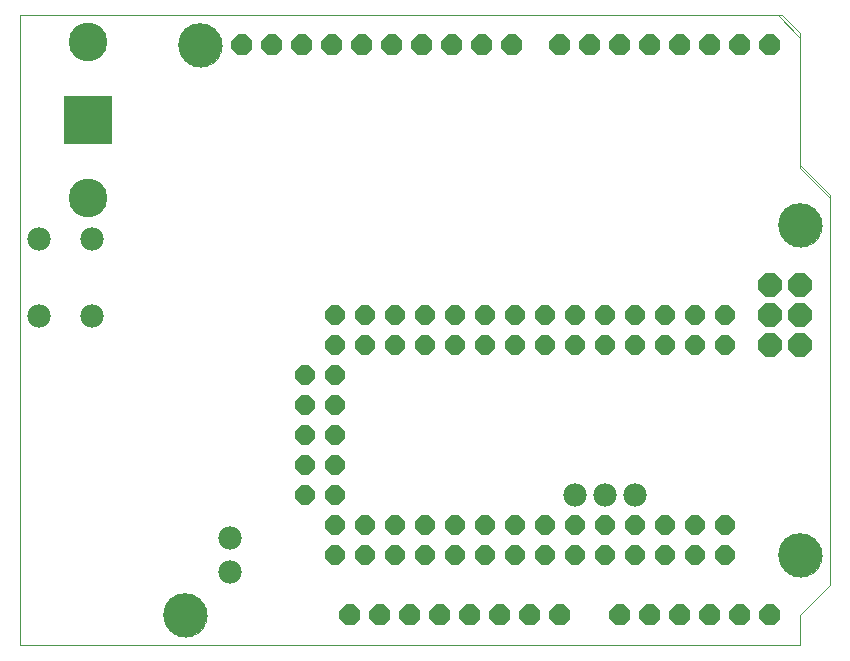
<source format=gbs>
G75*
G70*
%OFA0B0*%
%FSLAX24Y24*%
%IPPOS*%
%LPD*%
%AMOC8*
5,1,8,0,0,1.08239X$1,22.5*
%
%ADD10C,0.0000*%
%ADD11C,0.1457*%
%ADD12OC8,0.0780*%
%ADD13OC8,0.0700*%
%ADD14OC8,0.0640*%
%ADD15C,0.0780*%
%ADD16R,0.1600X0.1600*%
%ADD17C,0.1290*%
D10*
X007831Y006663D02*
X007831Y027663D01*
X033231Y027663D01*
X033831Y027063D01*
X033831Y022563D01*
X034831Y021563D01*
X034831Y008663D01*
X033831Y007663D01*
X033831Y006663D01*
X007831Y006663D01*
X007831Y027663D01*
X033081Y027663D01*
X033831Y026913D01*
X033831Y022663D01*
X034831Y021663D01*
X034831Y008663D01*
X033831Y007663D01*
X033831Y006663D01*
X007831Y006663D01*
X012622Y007663D02*
X012624Y007716D01*
X012630Y007769D01*
X012640Y007821D01*
X012653Y007872D01*
X012671Y007922D01*
X012692Y007971D01*
X012717Y008018D01*
X012745Y008062D01*
X012777Y008105D01*
X012811Y008145D01*
X012849Y008183D01*
X012889Y008217D01*
X012932Y008249D01*
X012977Y008277D01*
X013023Y008302D01*
X013072Y008323D01*
X013122Y008341D01*
X013173Y008354D01*
X013225Y008364D01*
X013278Y008370D01*
X013331Y008372D01*
X013384Y008370D01*
X013437Y008364D01*
X013489Y008354D01*
X013540Y008341D01*
X013590Y008323D01*
X013639Y008302D01*
X013686Y008277D01*
X013730Y008249D01*
X013773Y008217D01*
X013813Y008183D01*
X013851Y008145D01*
X013885Y008105D01*
X013917Y008062D01*
X013945Y008017D01*
X013970Y007971D01*
X013991Y007922D01*
X014009Y007872D01*
X014022Y007821D01*
X014032Y007769D01*
X014038Y007716D01*
X014040Y007663D01*
X014038Y007610D01*
X014032Y007557D01*
X014022Y007505D01*
X014009Y007454D01*
X013991Y007404D01*
X013970Y007355D01*
X013945Y007308D01*
X013917Y007264D01*
X013885Y007221D01*
X013851Y007181D01*
X013813Y007143D01*
X013773Y007109D01*
X013730Y007077D01*
X013685Y007049D01*
X013639Y007024D01*
X013590Y007003D01*
X013540Y006985D01*
X013489Y006972D01*
X013437Y006962D01*
X013384Y006956D01*
X013331Y006954D01*
X013278Y006956D01*
X013225Y006962D01*
X013173Y006972D01*
X013122Y006985D01*
X013072Y007003D01*
X013023Y007024D01*
X012976Y007049D01*
X012932Y007077D01*
X012889Y007109D01*
X012849Y007143D01*
X012811Y007181D01*
X012777Y007221D01*
X012745Y007264D01*
X012717Y007309D01*
X012692Y007355D01*
X012671Y007404D01*
X012653Y007454D01*
X012640Y007505D01*
X012630Y007557D01*
X012624Y007610D01*
X012622Y007663D01*
X033122Y009663D02*
X033124Y009716D01*
X033130Y009769D01*
X033140Y009821D01*
X033153Y009872D01*
X033171Y009922D01*
X033192Y009971D01*
X033217Y010018D01*
X033245Y010062D01*
X033277Y010105D01*
X033311Y010145D01*
X033349Y010183D01*
X033389Y010217D01*
X033432Y010249D01*
X033477Y010277D01*
X033523Y010302D01*
X033572Y010323D01*
X033622Y010341D01*
X033673Y010354D01*
X033725Y010364D01*
X033778Y010370D01*
X033831Y010372D01*
X033884Y010370D01*
X033937Y010364D01*
X033989Y010354D01*
X034040Y010341D01*
X034090Y010323D01*
X034139Y010302D01*
X034186Y010277D01*
X034230Y010249D01*
X034273Y010217D01*
X034313Y010183D01*
X034351Y010145D01*
X034385Y010105D01*
X034417Y010062D01*
X034445Y010017D01*
X034470Y009971D01*
X034491Y009922D01*
X034509Y009872D01*
X034522Y009821D01*
X034532Y009769D01*
X034538Y009716D01*
X034540Y009663D01*
X034538Y009610D01*
X034532Y009557D01*
X034522Y009505D01*
X034509Y009454D01*
X034491Y009404D01*
X034470Y009355D01*
X034445Y009308D01*
X034417Y009264D01*
X034385Y009221D01*
X034351Y009181D01*
X034313Y009143D01*
X034273Y009109D01*
X034230Y009077D01*
X034185Y009049D01*
X034139Y009024D01*
X034090Y009003D01*
X034040Y008985D01*
X033989Y008972D01*
X033937Y008962D01*
X033884Y008956D01*
X033831Y008954D01*
X033778Y008956D01*
X033725Y008962D01*
X033673Y008972D01*
X033622Y008985D01*
X033572Y009003D01*
X033523Y009024D01*
X033476Y009049D01*
X033432Y009077D01*
X033389Y009109D01*
X033349Y009143D01*
X033311Y009181D01*
X033277Y009221D01*
X033245Y009264D01*
X033217Y009309D01*
X033192Y009355D01*
X033171Y009404D01*
X033153Y009454D01*
X033140Y009505D01*
X033130Y009557D01*
X033124Y009610D01*
X033122Y009663D01*
X033122Y020663D02*
X033124Y020716D01*
X033130Y020769D01*
X033140Y020821D01*
X033153Y020872D01*
X033171Y020922D01*
X033192Y020971D01*
X033217Y021018D01*
X033245Y021062D01*
X033277Y021105D01*
X033311Y021145D01*
X033349Y021183D01*
X033389Y021217D01*
X033432Y021249D01*
X033477Y021277D01*
X033523Y021302D01*
X033572Y021323D01*
X033622Y021341D01*
X033673Y021354D01*
X033725Y021364D01*
X033778Y021370D01*
X033831Y021372D01*
X033884Y021370D01*
X033937Y021364D01*
X033989Y021354D01*
X034040Y021341D01*
X034090Y021323D01*
X034139Y021302D01*
X034186Y021277D01*
X034230Y021249D01*
X034273Y021217D01*
X034313Y021183D01*
X034351Y021145D01*
X034385Y021105D01*
X034417Y021062D01*
X034445Y021017D01*
X034470Y020971D01*
X034491Y020922D01*
X034509Y020872D01*
X034522Y020821D01*
X034532Y020769D01*
X034538Y020716D01*
X034540Y020663D01*
X034538Y020610D01*
X034532Y020557D01*
X034522Y020505D01*
X034509Y020454D01*
X034491Y020404D01*
X034470Y020355D01*
X034445Y020308D01*
X034417Y020264D01*
X034385Y020221D01*
X034351Y020181D01*
X034313Y020143D01*
X034273Y020109D01*
X034230Y020077D01*
X034185Y020049D01*
X034139Y020024D01*
X034090Y020003D01*
X034040Y019985D01*
X033989Y019972D01*
X033937Y019962D01*
X033884Y019956D01*
X033831Y019954D01*
X033778Y019956D01*
X033725Y019962D01*
X033673Y019972D01*
X033622Y019985D01*
X033572Y020003D01*
X033523Y020024D01*
X033476Y020049D01*
X033432Y020077D01*
X033389Y020109D01*
X033349Y020143D01*
X033311Y020181D01*
X033277Y020221D01*
X033245Y020264D01*
X033217Y020309D01*
X033192Y020355D01*
X033171Y020404D01*
X033153Y020454D01*
X033140Y020505D01*
X033130Y020557D01*
X033124Y020610D01*
X033122Y020663D01*
X013122Y026663D02*
X013124Y026716D01*
X013130Y026769D01*
X013140Y026821D01*
X013153Y026872D01*
X013171Y026922D01*
X013192Y026971D01*
X013217Y027018D01*
X013245Y027062D01*
X013277Y027105D01*
X013311Y027145D01*
X013349Y027183D01*
X013389Y027217D01*
X013432Y027249D01*
X013477Y027277D01*
X013523Y027302D01*
X013572Y027323D01*
X013622Y027341D01*
X013673Y027354D01*
X013725Y027364D01*
X013778Y027370D01*
X013831Y027372D01*
X013884Y027370D01*
X013937Y027364D01*
X013989Y027354D01*
X014040Y027341D01*
X014090Y027323D01*
X014139Y027302D01*
X014186Y027277D01*
X014230Y027249D01*
X014273Y027217D01*
X014313Y027183D01*
X014351Y027145D01*
X014385Y027105D01*
X014417Y027062D01*
X014445Y027017D01*
X014470Y026971D01*
X014491Y026922D01*
X014509Y026872D01*
X014522Y026821D01*
X014532Y026769D01*
X014538Y026716D01*
X014540Y026663D01*
X014538Y026610D01*
X014532Y026557D01*
X014522Y026505D01*
X014509Y026454D01*
X014491Y026404D01*
X014470Y026355D01*
X014445Y026308D01*
X014417Y026264D01*
X014385Y026221D01*
X014351Y026181D01*
X014313Y026143D01*
X014273Y026109D01*
X014230Y026077D01*
X014185Y026049D01*
X014139Y026024D01*
X014090Y026003D01*
X014040Y025985D01*
X013989Y025972D01*
X013937Y025962D01*
X013884Y025956D01*
X013831Y025954D01*
X013778Y025956D01*
X013725Y025962D01*
X013673Y025972D01*
X013622Y025985D01*
X013572Y026003D01*
X013523Y026024D01*
X013476Y026049D01*
X013432Y026077D01*
X013389Y026109D01*
X013349Y026143D01*
X013311Y026181D01*
X013277Y026221D01*
X013245Y026264D01*
X013217Y026309D01*
X013192Y026355D01*
X013171Y026404D01*
X013153Y026454D01*
X013140Y026505D01*
X013130Y026557D01*
X013124Y026610D01*
X013122Y026663D01*
D11*
X013831Y026663D03*
X033831Y020663D03*
X033831Y009663D03*
X013331Y007663D03*
D12*
X032831Y016663D03*
X033831Y016663D03*
X033831Y017663D03*
X032831Y017663D03*
X032831Y018663D03*
X033831Y018663D03*
D13*
X032831Y026663D03*
X031831Y026663D03*
X030831Y026663D03*
X029831Y026663D03*
X028831Y026663D03*
X027831Y026663D03*
X026831Y026663D03*
X025831Y026663D03*
X024231Y026663D03*
X023231Y026663D03*
X022231Y026663D03*
X021231Y026663D03*
X020231Y026663D03*
X019231Y026663D03*
X018231Y026663D03*
X017231Y026663D03*
X016231Y026663D03*
X015231Y026663D03*
X018831Y007663D03*
X019831Y007663D03*
X020831Y007663D03*
X021831Y007663D03*
X022831Y007663D03*
X023831Y007663D03*
X024831Y007663D03*
X025831Y007663D03*
X027831Y007663D03*
X028831Y007663D03*
X029831Y007663D03*
X030831Y007663D03*
X031831Y007663D03*
X032831Y007663D03*
D14*
X031331Y009663D03*
X030331Y009663D03*
X029331Y009663D03*
X028331Y009663D03*
X027331Y009663D03*
X026331Y009663D03*
X025331Y009663D03*
X024331Y009663D03*
X023331Y009663D03*
X022331Y009663D03*
X021331Y009663D03*
X020331Y009663D03*
X019331Y009663D03*
X018331Y009663D03*
X018331Y010663D03*
X019331Y010663D03*
X020331Y010663D03*
X021331Y010663D03*
X022331Y010663D03*
X023331Y010663D03*
X024331Y010663D03*
X025331Y010663D03*
X026331Y010663D03*
X027331Y010663D03*
X028331Y010663D03*
X029331Y010663D03*
X030331Y010663D03*
X031331Y010663D03*
X031331Y016663D03*
X030331Y016663D03*
X029331Y016663D03*
X028331Y016663D03*
X027331Y016663D03*
X026331Y016663D03*
X025331Y016663D03*
X024331Y016663D03*
X023331Y016663D03*
X022331Y016663D03*
X021331Y016663D03*
X020331Y016663D03*
X019331Y016663D03*
X018331Y016663D03*
X018331Y015663D03*
X017331Y015663D03*
X017331Y014663D03*
X018331Y014663D03*
X018331Y013663D03*
X017331Y013663D03*
X017331Y012663D03*
X018331Y012663D03*
X018331Y011663D03*
X017331Y011663D03*
X018331Y017663D03*
X019331Y017663D03*
X020331Y017663D03*
X021331Y017663D03*
X022331Y017663D03*
X023331Y017663D03*
X024331Y017663D03*
X025331Y017663D03*
X026331Y017663D03*
X027331Y017663D03*
X028331Y017663D03*
X029331Y017663D03*
X030331Y017663D03*
X031331Y017663D03*
D15*
X028331Y011663D03*
X027331Y011663D03*
X026331Y011663D03*
X014831Y010233D03*
X014831Y009093D03*
X010221Y017633D03*
X008441Y017633D03*
X008441Y020193D03*
X010221Y020193D03*
D16*
X010081Y024163D03*
D17*
X010081Y021563D03*
X010081Y026763D03*
M02*

</source>
